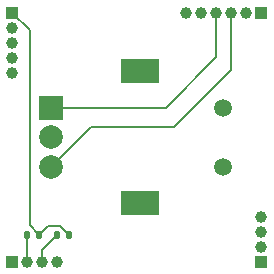
<source format=gbl>
%TF.GenerationSoftware,KiCad,Pcbnew,9.0.5-1.fc42*%
%TF.CreationDate,2025-12-03T05:13:31+01:00*%
%TF.ProjectId,Block-RotaryEncoder,426c6f63-6b2d-4526-9f74-617279456e63,1*%
%TF.SameCoordinates,Original*%
%TF.FileFunction,Copper,L2,Bot*%
%TF.FilePolarity,Positive*%
%FSLAX46Y46*%
G04 Gerber Fmt 4.6, Leading zero omitted, Abs format (unit mm)*
G04 Created by KiCad (PCBNEW 9.0.5-1.fc42) date 2025-12-03 05:13:31*
%MOMM*%
%LPD*%
G01*
G04 APERTURE LIST*
G04 Aperture macros list*
%AMRoundRect*
0 Rectangle with rounded corners*
0 $1 Rounding radius*
0 $2 $3 $4 $5 $6 $7 $8 $9 X,Y pos of 4 corners*
0 Add a 4 corners polygon primitive as box body*
4,1,4,$2,$3,$4,$5,$6,$7,$8,$9,$2,$3,0*
0 Add four circle primitives for the rounded corners*
1,1,$1+$1,$2,$3*
1,1,$1+$1,$4,$5*
1,1,$1+$1,$6,$7*
1,1,$1+$1,$8,$9*
0 Add four rect primitives between the rounded corners*
20,1,$1+$1,$2,$3,$4,$5,0*
20,1,$1+$1,$4,$5,$6,$7,0*
20,1,$1+$1,$6,$7,$8,$9,0*
20,1,$1+$1,$8,$9,$2,$3,0*%
G04 Aperture macros list end*
%TA.AperFunction,ComponentPad*%
%ADD10C,1.500000*%
%TD*%
%TA.AperFunction,ComponentPad*%
%ADD11R,2.000000X2.000000*%
%TD*%
%TA.AperFunction,ComponentPad*%
%ADD12C,2.000000*%
%TD*%
%TA.AperFunction,ComponentPad*%
%ADD13R,3.200000X2.000000*%
%TD*%
%TA.AperFunction,ComponentPad*%
%ADD14R,1.000000X1.000000*%
%TD*%
%TA.AperFunction,ComponentPad*%
%ADD15C,1.000000*%
%TD*%
%TA.AperFunction,SMDPad,CuDef*%
%ADD16RoundRect,0.135000X0.135000X0.185000X-0.135000X0.185000X-0.135000X-0.185000X0.135000X-0.185000X0*%
%TD*%
%TA.AperFunction,Conductor*%
%ADD17C,0.200000*%
%TD*%
G04 APERTURE END LIST*
D10*
%TO.P,SW1,*%
%TO.N,*%
X146315000Y-111165000D03*
X146315000Y-116165000D03*
D11*
%TO.P,SW1,A,A*%
%TO.N,/A*%
X131815000Y-111165000D03*
D12*
%TO.P,SW1,B,B*%
%TO.N,/B*%
X131815000Y-116165000D03*
%TO.P,SW1,C,C*%
%TO.N,GND*%
X131815000Y-113665000D03*
D13*
%TO.P,SW1,MP*%
%TO.N,N/C*%
X139315000Y-108065000D03*
X139315000Y-119265000D03*
%TD*%
D14*
%TO.P,J4,1,Pin_1*%
%TO.N,/Typ0*%
X128525000Y-124205000D03*
D15*
%TO.P,J4,2,Pin_2*%
%TO.N,/Typ1*%
X129795000Y-124205000D03*
%TO.P,J4,3,Pin_3*%
%TO.N,/Typ2*%
X131065000Y-124205000D03*
%TO.P,J4,4,Pin_4*%
%TO.N,/Typ3*%
X132335000Y-124205000D03*
%TD*%
D16*
%TO.P,R2,1*%
%TO.N,/+3.3V Digital*%
X133328600Y-121945400D03*
%TO.P,R2,2*%
%TO.N,/Typ2*%
X132308600Y-121945400D03*
%TD*%
%TO.P,R3,1*%
%TO.N,/+3.3V Digital*%
X130814000Y-121945400D03*
%TO.P,R3,2*%
%TO.N,/Typ1*%
X129794000Y-121945400D03*
%TD*%
D14*
%TO.P,J2,1,Pin_1*%
%TO.N,/Addr0*%
X149605000Y-124205000D03*
D15*
%TO.P,J2,2,Pin_2*%
%TO.N,/Addr1*%
X149605000Y-122935000D03*
%TO.P,J2,3,Pin_3*%
%TO.N,/Addr2*%
X149605000Y-121665000D03*
%TO.P,J2,4,Pin_4*%
%TO.N,/Addr3*%
X149605000Y-120395000D03*
%TD*%
D14*
%TO.P,J1,1,Pin_1*%
%TO.N,/+3.3V Digital*%
X128525000Y-103125000D03*
D15*
%TO.P,J1,2,Pin_2*%
%TO.N,/AREF*%
X128525000Y-104395000D03*
%TO.P,J1,3,Pin_3*%
%TO.N,GND*%
X128525000Y-105665000D03*
%TO.P,J1,4,Pin_4*%
%TO.N,/SlotBus.Data*%
X128525000Y-106935000D03*
%TO.P,J1,5,Pin_5*%
%TO.N,/SlotBus.Clock*%
X128525000Y-108205000D03*
%TD*%
D14*
%TO.P,J3,1,Pin_1*%
%TO.N,/LED*%
X149605000Y-103125000D03*
D15*
%TO.P,J3,2,Pin_2*%
%TO.N,/C*%
X148335000Y-103125000D03*
%TO.P,J3,3,Pin_3*%
%TO.N,/B*%
X147065000Y-103125000D03*
%TO.P,J3,4,Pin_4*%
%TO.N,/A*%
X145795000Y-103125000D03*
%TO.P,J3,5,Pin_5*%
%TO.N,/A1*%
X144525000Y-103125000D03*
%TO.P,J3,6,Pin_6*%
%TO.N,/A0*%
X143255000Y-103125000D03*
%TD*%
D17*
%TO.N,/+3.3V Digital*%
X130814000Y-121945400D02*
X129997200Y-121128600D01*
X129997200Y-121128600D02*
X129997200Y-104597200D01*
X129997200Y-104597200D02*
X128525000Y-103125000D01*
%TO.N,/Typ2*%
X131065000Y-124205000D02*
X131065000Y-123189000D01*
X131065000Y-123189000D02*
X132308600Y-121945400D01*
%TO.N,/Typ1*%
X129795000Y-124205000D02*
X129795000Y-121946400D01*
X129795000Y-121946400D02*
X129794000Y-121945400D01*
%TO.N,/+3.3V Digital*%
X131576000Y-121183400D02*
X130814000Y-121945400D01*
X133328600Y-121945400D02*
X132566600Y-121183400D01*
X132566600Y-121183400D02*
X131576000Y-121183400D01*
%TO.N,/B*%
X135153200Y-112826800D02*
X142189200Y-112826800D01*
X147065000Y-107951000D02*
X147065000Y-103125000D01*
X131815000Y-116165000D02*
X135153200Y-112826800D01*
X142189200Y-112826800D02*
X147065000Y-107951000D01*
%TO.N,/A*%
X131815000Y-111165000D02*
X141488800Y-111165000D01*
X141488800Y-111165000D02*
X145795000Y-106858800D01*
X145795000Y-106858800D02*
X145795000Y-103125000D01*
%TO.N,/Typ0*%
X128522000Y-124202000D02*
X128525000Y-124205000D01*
%TD*%
M02*

</source>
